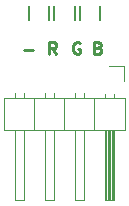
<source format=gto>
%TF.GenerationSoftware,KiCad,Pcbnew,4.0.7*%
%TF.CreationDate,2018-05-06T16:02:13+02:00*%
%TF.ProjectId,RGBModule,5247424D6F64756C652E6B696361645F,rev?*%
%TF.FileFunction,Legend,Top*%
%FSLAX46Y46*%
G04 Gerber Fmt 4.6, Leading zero omitted, Abs format (unit mm)*
G04 Created by KiCad (PCBNEW 4.0.7) date 05/06/18 16:02:13*
%MOMM*%
%LPD*%
G01*
G04 APERTURE LIST*
%ADD10C,0.100000*%
%ADD11C,0.250000*%
%ADD12C,0.120000*%
%ADD13C,0.150000*%
G04 APERTURE END LIST*
D10*
D11*
X5588048Y-19121429D02*
X6349953Y-19121429D01*
X11882429Y-18978571D02*
X12025286Y-19026190D01*
X12072905Y-19073810D01*
X12120524Y-19169048D01*
X12120524Y-19311905D01*
X12072905Y-19407143D01*
X12025286Y-19454762D01*
X11930048Y-19502381D01*
X11549095Y-19502381D01*
X11549095Y-18502381D01*
X11882429Y-18502381D01*
X11977667Y-18550000D01*
X12025286Y-18597619D01*
X12072905Y-18692857D01*
X12072905Y-18788095D01*
X12025286Y-18883333D01*
X11977667Y-18930952D01*
X11882429Y-18978571D01*
X11549095Y-18978571D01*
X10294905Y-18550000D02*
X10199667Y-18502381D01*
X10056810Y-18502381D01*
X9913952Y-18550000D01*
X9818714Y-18645238D01*
X9771095Y-18740476D01*
X9723476Y-18930952D01*
X9723476Y-19073810D01*
X9771095Y-19264286D01*
X9818714Y-19359524D01*
X9913952Y-19454762D01*
X10056810Y-19502381D01*
X10152048Y-19502381D01*
X10294905Y-19454762D01*
X10342524Y-19407143D01*
X10342524Y-19073810D01*
X10152048Y-19073810D01*
X8310524Y-19502381D02*
X7977190Y-19026190D01*
X7739095Y-19502381D02*
X7739095Y-18502381D01*
X8120048Y-18502381D01*
X8215286Y-18550000D01*
X8262905Y-18597619D01*
X8310524Y-18692857D01*
X8310524Y-18835714D01*
X8262905Y-18930952D01*
X8215286Y-18978571D01*
X8120048Y-19026190D01*
X7739095Y-19026190D01*
D12*
X14157000Y-23233200D02*
X3877000Y-23233200D01*
X3877000Y-23233200D02*
X3877000Y-25893200D01*
X3877000Y-25893200D02*
X14157000Y-25893200D01*
X14157000Y-25893200D02*
X14157000Y-23233200D01*
X13207000Y-25893200D02*
X13207000Y-31893200D01*
X13207000Y-31893200D02*
X12447000Y-31893200D01*
X12447000Y-31893200D02*
X12447000Y-25893200D01*
X13147000Y-25893200D02*
X13147000Y-31893200D01*
X13027000Y-25893200D02*
X13027000Y-31893200D01*
X12907000Y-25893200D02*
X12907000Y-31893200D01*
X12787000Y-25893200D02*
X12787000Y-31893200D01*
X12667000Y-25893200D02*
X12667000Y-31893200D01*
X12547000Y-25893200D02*
X12547000Y-31893200D01*
X13207000Y-22903200D02*
X13207000Y-23233200D01*
X12447000Y-22903200D02*
X12447000Y-23233200D01*
X11557000Y-23233200D02*
X11557000Y-25893200D01*
X10667000Y-25893200D02*
X10667000Y-31893200D01*
X10667000Y-31893200D02*
X9907000Y-31893200D01*
X9907000Y-31893200D02*
X9907000Y-25893200D01*
X10667000Y-22836129D02*
X10667000Y-23233200D01*
X9907000Y-22836129D02*
X9907000Y-23233200D01*
X9017000Y-23233200D02*
X9017000Y-25893200D01*
X8127000Y-25893200D02*
X8127000Y-31893200D01*
X8127000Y-31893200D02*
X7367000Y-31893200D01*
X7367000Y-31893200D02*
X7367000Y-25893200D01*
X8127000Y-22836129D02*
X8127000Y-23233200D01*
X7367000Y-22836129D02*
X7367000Y-23233200D01*
X6477000Y-23233200D02*
X6477000Y-25893200D01*
X5587000Y-25893200D02*
X5587000Y-31893200D01*
X5587000Y-31893200D02*
X4827000Y-31893200D01*
X4827000Y-31893200D02*
X4827000Y-25893200D01*
X5587000Y-22836129D02*
X5587000Y-23233200D01*
X4827000Y-22836129D02*
X4827000Y-23233200D01*
X12827000Y-20523200D02*
X14097000Y-20523200D01*
X14097000Y-20523200D02*
X14097000Y-21793200D01*
D13*
X12051000Y-15402000D02*
X12051000Y-16602000D01*
X10301000Y-16602000D02*
X10301000Y-15402000D01*
X8142000Y-16602000D02*
X8142000Y-15402000D01*
X9892000Y-15402000D02*
X9892000Y-16602000D01*
X5983000Y-16602000D02*
X5983000Y-15402000D01*
X7733000Y-15402000D02*
X7733000Y-16602000D01*
M02*

</source>
